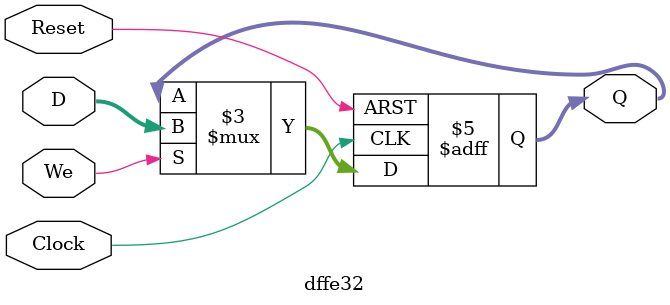
<source format=v>
module dffe32(D, Clock, Reset,We, Q);	 
	input Clock, Reset,We;
	input [31:0] D;
	output reg [31:0] Q;
	always @(posedge Clock or negedge Reset) 
		if (Reset == 0) begin
			Q <= 0;
		end else begin
			if (We) Q <= D;
		end
endmodule


</source>
